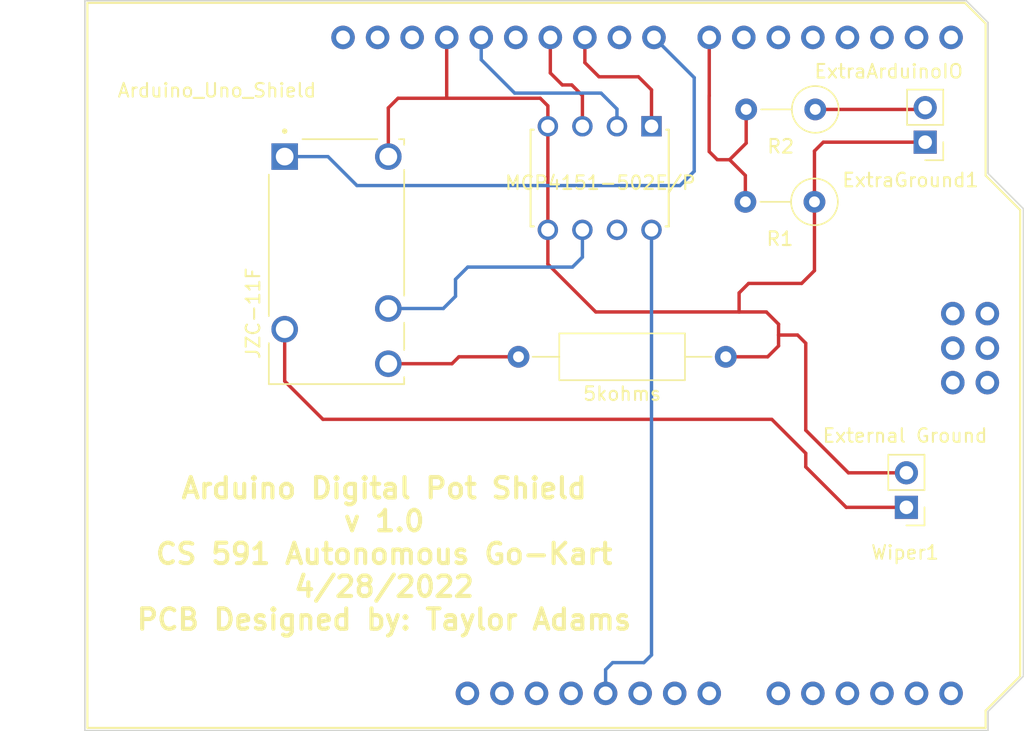
<source format=kicad_pcb>
(kicad_pcb (version 20211014) (generator pcbnew)
  (layers (0 "F.Cu" signal) (31 "B.Cu" signal) (34 "B.Paste" user) (35 "F.Paste" user) (36 "B.SilkS" user "B.Silkscreen") (37 "F.SilkS" user "F.Silkscreen") (38 "B.Mask" user) (39 "F.Mask" user) (44 "Edge.Cuts" user))
  (net 0 "")
  (net 31 "Net-(U2-Pad1)")
  (net 32 "Net-(U2-Pad2)")
  (net 33 "Net-(U2-Pad3)")
  (net 34 "Net-(U2-Pad8)")
  (net 35 "Net-(K1-Pad11)")
  (net 36 "Net-(K1-Pad12)")
  (net 37 "Net-(K1-PadA1)")
  (net 38 "Net-(ExtraGround1-Pad2)")
  (net 40 "Net-(5kohms1-Pad1)")
  (net 41 "Net-(5kohms1-Pad2)")
  (net 42 "Net-(R1-Pad2)")
  (footprint "Relay_THT:RELAY_J0971CS5VDC.45" (layer "F.Cu") (at 165 63.4 -90)
    (fp_text reference "K1")
    (fp_text value "JZC-11F" (at 3.8 6.13 -90) (layer "F.SilkS"))
    (fp_line (start 6 4.975) (end 9.01 4.975) (layer "F.SilkS") (width 0.127))
    (fp_line (start -9.01 -3) (end -9.01 2.5) (layer "F.SilkS") (width 0.127))
    (fp_line (start -6.4 4.975) (end 4 4.975) (layer "F.SilkS") (width 0.127))
    (fp_line (start -9.01 -4.975) (end -8.6 -4.975) (layer "F.SilkS") (width 0.127))
    (fp_line (start 9.01 4.975) (end 9.01 -4.975) (layer "F.SilkS") (width 0.127))
    (fp_line (start 8.5 -4.975) (end 9.01 -4.975) (layer "F.SilkS") (width 0.127))
    (fp_line (start -9.01 -4.975) (end -9.01 -4.6) (layer "F.SilkS") (width 0.127))
    (fp_line (start -6.75 -4.975) (end 2.5 -4.975) (layer "F.SilkS") (width 0.127))
    (fp_line (start 4.5 -4.975) (end 6.5 -4.975) (layer "F.SilkS") (width 0.127))
    (fp_circle (center -9.6 3.81) (end -9.5 3.81) (layer "F.SilkS") (width 0.2) (fill none))
    (pad "11" thru_hole circle (at 4.97 3.81 270) (size 1.95 1.95) (drill 1.3) (layers *.Cu *.Mask) (net 35 "Net-(K1-Pad11)"))
    (pad "12" thru_hole circle (at 3.446 -3.81 270) (size 1.95 1.95) (drill 1.3) (layers *.Cu *.Mask) (net 36 "Net-(K1-Pad12)"))
    (pad "14" thru_hole circle (at 7.51 -3.81 270) (size 1.95 1.95) (drill 1.3) (layers *.Cu *.Mask) (net 41 "Net-(5kohms1-Pad2)"))
    (pad "A1" thru_hole rect (at -7.73 3.81 270) (size 1.95 1.95) (drill 1.3) (layers *.Cu *.Mask) (net 37 "Net-(K1-PadA1)"))
    (pad "A2" thru_hole circle (at -7.73 -3.81 270) (size 1.95 1.95) (drill 1.3) (layers *.Cu *.Mask) (net 40 "Net-(5kohms1-Pad1)"))
  )
  (footprint "MCP4151:DIP254P762X533-8" (layer "F.Cu") (at 180.54 61.06 -90)
    (fp_text reference "U2")
    (fp_text value "MCP4151-502E/P" (at -3.46 -3.86) (layer "F.SilkS"))
    (fp_line (start -7.366 1.0414) (end -7.366 1.27) (layer "F.SilkS") (width 0.1524))
    (fp_line (start -0.254 1.27) (end -0.254 1.0414) (layer "F.SilkS") (width 0.1524))
    (fp_line (start -7.366 1.27) (end -0.254 1.27) (layer "F.SilkS") (width 0.1524))
    (fp_line (start -7.366 -8.89) (end -7.366 -8.7122) (layer "F.SilkS") (width 0.1524))
    (fp_line (start -0.254 -8.89) (end -7.366 -8.89) (layer "F.SilkS") (width 0.1524))
    (fp_line (start -0.254 -8.6614) (end -0.254 -8.89) (layer "F.SilkS") (width 0.1524))
    (pad "1" thru_hole rect locked (at -7.62 -7.62 270) (size 1.4986 1.4986) (drill 0.9906) (layers *.Cu *.Mask) (net 31 "Net-(U2-Pad1)"))
    (pad "2" thru_hole circle locked (at -7.62 -5.08 270) (size 1.4986 1.4986) (drill 0.9906) (layers *.Cu *.Mask) (net 32 "Net-(U2-Pad2)"))
    (pad "3" thru_hole circle locked (at -7.62 -2.54 270) (size 1.4986 1.4986) (drill 0.9906) (layers *.Cu *.Mask) (net 33 "Net-(U2-Pad3)"))
    (pad "4" thru_hole circle locked (at -7.62 0 270) (size 1.4986 1.4986) (drill 0.9906) (layers *.Cu *.Mask) (net 40 "Net-(5kohms1-Pad1)"))
    (pad "5" thru_hole circle locked (at 0 0 270) (size 1.4986 1.4986) (drill 0.9906) (layers *.Cu *.Mask) (net 40 "Net-(5kohms1-Pad1)"))
    (pad "6" thru_hole circle locked (at 0 -2.54 270) (size 1.4986 1.4986) (drill 0.9906) (layers *.Cu *.Mask) (net 36 "Net-(K1-Pad12)"))
    (pad "7" thru_hole circle locked (at 0 -5.08 270) (size 1.4986 1.4986) (drill 0.9906) (layers *.Cu *.Mask))
    (pad "8" thru_hole circle locked (at 0 -7.62 270) (size 1.4986 1.4986) (drill 0.9906) (layers *.Cu *.Mask) (net 34 "Net-(U2-Pad8)"))
  )
  (footprint "Connector_PinHeader_2.54mm:PinHeader_1x02_P2.54mm_Vertical" (layer "F.Cu") (at 206.9 81.475 180)
    (fp_text reference "Wiper1" (at 0.1 -3.325) (layer "F.SilkS"))
    (fp_text value "External Ground" (at 0.1 5.275) (layer "F.SilkS"))
    (fp_line (start -1.33 3.87) (end 1.33 3.87) (layer "F.SilkS") (width 0.12))
    (fp_line (start -1.33 1.27) (end -1.33 3.87) (layer "F.SilkS") (width 0.12))
    (fp_line (start -1.33 0) (end -1.33 -1.33) (layer "F.SilkS") (width 0.12))
    (fp_line (start -1.33 1.27) (end 1.33 1.27) (layer "F.SilkS") (width 0.12))
    (fp_line (start 1.33 1.27) (end 1.33 3.87) (layer "F.SilkS") (width 0.12))
    (fp_line (start -1.33 -1.33) (end 0 -1.33) (layer "F.SilkS") (width 0.12))
    (pad "1" thru_hole rect (at 0 0 180) (size 1.7 1.7) (drill 1) (layers *.Cu *.Mask) (net 35 "Net-(K1-Pad11)"))
    (pad "2" thru_hole oval (at 0 2.54 180) (size 1.7 1.7) (drill 1) (layers *.Cu *.Mask) (net 40 "Net-(5kohms1-Pad1)"))
  )
  (footprint "Resistor_THT:R_Axial_DIN0309_L9.0mm_D3.2mm_P5.08mm_Vertical" (layer "F.Cu") (at 200.14 59 180)
    (fp_text reference "R1" (at 2.54 -2.72) (layer "F.SilkS"))
    (fp_text value "R")
    (fp_line (start 1.72 0) (end 3.98 0) (layer "F.SilkS") (width 0.12))
    (fp_circle (center 0 0) (end 1.72 0) (layer "F.SilkS") (width 0.12) (fill none))
    (pad "1" thru_hole circle (at 0 0 180) (size 1.6 1.6) (drill 0.8) (layers *.Cu *.Mask) (net 40 "Net-(5kohms1-Pad1)"))
    (pad "2" thru_hole oval (at 5.08 0 180) (size 1.6 1.6) (drill 0.8) (layers *.Cu *.Mask) (net 42 "Net-(R1-Pad2)"))
  )
  (footprint "Connector_PinHeader_2.54mm:PinHeader_1x02_P2.54mm_Vertical" (layer "F.Cu") (at 208.28 54.61 180)
    (fp_text reference "ExtraGround1" (at 1.08 -2.79) (layer "F.SilkS"))
    (fp_text value "ExtraArduinoIO" (at 2.68 5.21) (layer "F.SilkS"))
    (fp_line (start -1.33 1.27) (end 1.33 1.27) (layer "F.SilkS") (width 0.12))
    (fp_line (start -1.33 1.27) (end -1.33 3.87) (layer "F.SilkS") (width 0.12))
    (fp_line (start -1.33 0) (end -1.33 -1.33) (layer "F.SilkS") (width 0.12))
    (fp_line (start -1.33 -1.33) (end 0 -1.33) (layer "F.SilkS") (width 0.12))
    (fp_line (start 1.33 1.27) (end 1.33 3.87) (layer "F.SilkS") (width 0.12))
    (fp_line (start -1.33 3.87) (end 1.33 3.87) (layer "F.SilkS") (width 0.12))
    (pad "1" thru_hole rect (at 0 0 180) (size 1.7 1.7) (drill 1) (layers *.Cu *.Mask) (net 40 "Net-(5kohms1-Pad1)"))
    (pad "2" thru_hole oval (at 0 2.54 180) (size 1.7 1.7) (drill 1) (layers *.Cu *.Mask) (net 38 "Net-(ExtraGround1-Pad2)"))
  )
  (footprint "Resistor_THT:R_Axial_DIN0309_L9.0mm_D3.2mm_P15.24mm_Horizontal" (layer "F.Cu") (at 193.62 70.4 180)
    (fp_text reference "5kohms" (at 7.62 -2.72 180) (layer "F.SilkS"))
    (fp_text value "R")
    (fp_line (start 12.24 -1.72) (end 3 -1.72) (layer "F.SilkS") (width 0.12))
    (fp_line (start 3 1.72) (end 12.24 1.72) (layer "F.SilkS") (width 0.12))
    (fp_line (start 1.04 0) (end 3 0) (layer "F.SilkS") (width 0.12))
    (fp_line (start 14.2 0) (end 12.24 0) (layer "F.SilkS") (width 0.12))
    (fp_line (start 3 -1.72) (end 3 1.72) (layer "F.SilkS") (width 0.12))
    (fp_line (start 12.24 1.72) (end 12.24 -1.72) (layer "F.SilkS") (width 0.12))
    (pad "1" thru_hole circle (at 0 0 180) (size 1.6 1.6) (drill 0.8) (layers *.Cu *.Mask) (net 40 "Net-(5kohms1-Pad1)"))
    (pad "2" thru_hole oval (at 15.24 0 180) (size 1.6 1.6) (drill 0.8) (layers *.Cu *.Mask) (net 41 "Net-(5kohms1-Pad2)"))
  )
  (footprint "Arduino_Shields:Arduino_Uno_Shield" (layer "F.Cu") (at 146.685 97.7025)
    (fp_text reference "XA1")
    (fp_text value "Arduino_Uno_Shield" (at 9.525 -46.9025) (layer "F.SilkS"))
    (fp_line (start 66.04 -1.27) (end 68.58 -3.81) (layer "F.SilkS") (width 0.15))
    (fp_line (start 0 0) (end 66.04 0) (layer "F.SilkS") (width 0.15))
    (fp_line (start 68.58 -3.81) (end 68.58 -38.1) (layer "F.SilkS") (width 0.15))
    (fp_line (start 0 -53.34) (end 0 0) (layer "F.SilkS") (width 0.15))
    (fp_line (start 64.516 -53.34) (end 66.04 -51.816) (layer "F.SilkS") (width 0.15))
    (fp_line (start 68.58 -38.1) (end 66.04 -40.64) (layer "F.SilkS") (width 0.15))
    (fp_line (start 66.04 0) (end 66.04 -1.27) (layer "F.SilkS") (width 0.15))
    (fp_line (start 0 -53.34) (end 64.516 -53.34) (layer "F.SilkS") (width 0.15))
    (fp_line (start 66.04 -40.64) (end 66.04 -51.816) (layer "F.SilkS") (width 0.15))
    (pad "" np_thru_hole circle locked (at 15.24 -50.8) (size 3.2 3.2) (drill 3.2) (layers *.Cu *.Mask))
    (pad "" np_thru_hole circle locked (at 66.04 -35.56) (size 3.2 3.2) (drill 3.2) (layers *.Cu *.Mask))
    (pad "" np_thru_hole circle locked (at 13.97 -2.54) (size 3.2 3.2) (drill 3.2) (layers *.Cu *.Mask))
    (pad "" np_thru_hole circle locked (at 66.04 -7.62) (size 3.2 3.2) (drill 3.2) (layers *.Cu *.Mask))
    (pad "" thru_hole oval locked (at 27.94 -2.54) (size 1.7272 1.7272) (drill 1.016) (layers *.Cu *.Mask))
    (pad "3V3" thru_hole oval locked (at 35.56 -2.54) (size 1.7272 1.7272) (drill 1.016) (layers *.Cu *.Mask))
    (pad "5V1" thru_hole oval locked (at 38.1 -2.54) (size 1.7272 1.7272) (drill 1.016) (layers *.Cu *.Mask) (net 34 "Net-(U2-Pad8)"))
    (pad "5V2" thru_hole oval locked (at 66.167 -30.48) (size 1.7272 1.7272) (drill 1.016) (layers *.Cu *.Mask))
    (pad "A0" thru_hole oval locked (at 50.8 -2.54) (size 1.7272 1.7272) (drill 1.016) (layers *.Cu *.Mask))
    (pad "A1" thru_hole oval locked (at 53.34 -2.54) (size 1.7272 1.7272) (drill 1.016) (layers *.Cu *.Mask))
    (pad "A2" thru_hole oval locked (at 55.88 -2.54) (size 1.7272 1.7272) (drill 1.016) (layers *.Cu *.Mask))
    (pad "A3" thru_hole oval locked (at 58.42 -2.54) (size 1.7272 1.7272) (drill 1.016) (layers *.Cu *.Mask))
    (pad "A4" thru_hole oval locked (at 60.96 -2.54) (size 1.7272 1.7272) (drill 1.016) (layers *.Cu *.Mask))
    (pad "A5" thru_hole oval locked (at 63.5 -2.54) (size 1.7272 1.7272) (drill 1.016) (layers *.Cu *.Mask))
    (pad "AREF" thru_hole oval locked (at 23.876 -50.8) (size 1.7272 1.7272) (drill 1.016) (layers *.Cu *.Mask))
    (pad "D0" thru_hole oval locked (at 63.5 -50.8) (size 1.7272 1.7272) (drill 1.016) (layers *.Cu *.Mask))
    (pad "D1" thru_hole oval locked (at 60.96 -50.8) (size 1.7272 1.7272) (drill 1.016) (layers *.Cu *.Mask))
    (pad "D2" thru_hole oval locked (at 58.42 -50.8) (size 1.7272 1.7272) (drill 1.016) (layers *.Cu *.Mask))
    (pad "D3" thru_hole oval locked (at 55.88 -50.8) (size 1.7272 1.7272) (drill 1.016) (layers *.Cu *.Mask))
    (pad "D4" thru_hole oval locked (at 53.34 -50.8) (size 1.7272 1.7272) (drill 1.016) (layers *.Cu *.Mask))
    (pad "D5" thru_hole oval locked (at 50.8 -50.8) (size 1.7272 1.7272) (drill 1.016) (layers *.Cu *.Mask))
    (pad "D6" thru_hole oval locked (at 48.26 -50.8) (size 1.7272 1.7272) (drill 1.016) (layers *.Cu *.Mask))
    (pad "D7" thru_hole oval locked (at 45.72 -50.8) (size 1.7272 1.7272) (drill 1.016) (layers *.Cu *.Mask) (net 42 "Net-(R1-Pad2)"))
    (pad "D8" thru_hole oval locked (at 41.656 -50.8) (size 1.7272 1.7272) (drill 1.016) (layers *.Cu *.Mask) (net 37 "Net-(K1-PadA1)"))
    (pad "D9" thru_hole oval locked (at 39.116 -50.8) (size 1.7272 1.7272) (drill 1.016) (layers *.Cu *.Mask))
    (pad "D10" thru_hole oval locked (at 36.576 -50.8) (size 1.7272 1.7272) (drill 1.016) (layers *.Cu *.Mask) (net 31 "Net-(U2-Pad1)"))
    (pad "D11" thru_hole oval locked (at 34.036 -50.8) (size 1.7272 1.7272) (drill 1.016) (layers *.Cu *.Mask) (net 33 "Net-(U2-Pad3)"))
    (pad "D12" thru_hole oval locked (at 31.496 -50.8) (size 1.7272 1.7272) (drill 1.016) (layers *.Cu *.Mask))
    (pad "D13" thru_hole oval locked (at 28.956 -50.8) (size 1.7272 1.7272) (drill 1.016) (layers *.Cu *.Mask) (net 32 "Net-(U2-Pad2)"))
    (pad "GND1" thru_hole oval locked (at 26.416 -50.8) (size 1.7272 1.7272) (drill 1.016) (layers *.Cu *.Mask) (net 40 "Net-(5kohms1-Pad1)"))
    (pad "GND2" thru_hole oval locked (at 40.64 -2.54) (size 1.7272 1.7272) (drill 1.016) (layers *.Cu *.Mask))
    (pad "GND3" thru_hole oval locked (at 43.18 -2.54) (size 1.7272 1.7272) (drill 1.016) (layers *.Cu *.Mask))
    (pad "GND4" thru_hole oval locked (at 66.167 -25.4) (size 1.7272 1.7272) (drill 1.016) (layers *.Cu *.Mask))
    (pad "IORF" thru_hole oval locked (at 30.48 -2.54) (size 1.7272 1.7272) (drill 1.016) (layers *.Cu *.Mask))
    (pad "MISO" thru_hole oval locked (at 63.627 -30.48) (size 1.7272 1.7272) (drill 1.016) (layers *.Cu *.Mask))
    (pad "MOSI" thru_hole oval locked (at 66.167 -27.94) (size 1.7272 1.7272) (drill 1.016) (layers *.Cu *.Mask))
    (pad "RST1" thru_hole oval locked (at 33.02 -2.54) (size 1.7272 1.7272) (drill 1.016) (layers *.Cu *.Mask))
    (pad "RST2" thru_hole oval locked (at 63.627 -25.4) (size 1.7272 1.7272) (drill 1.016) (layers *.Cu *.Mask))
    (pad "SCK" thru_hole oval locked (at 63.627 -27.94) (size 1.7272 1.7272) (drill 1.016) (layers *.Cu *.Mask))
    (pad "SCL" thru_hole oval locked (at 18.796 -50.8) (size 1.7272 1.7272) (drill 1.016) (layers *.Cu *.Mask))
    (pad "SDA" thru_hole oval locked (at 21.336 -50.8) (size 1.7272 1.7272) (drill 1.016) (layers *.Cu *.Mask))
    (pad "VIN" thru_hole oval locked (at 45.72 -2.54) (size 1.7272 1.7272) (drill 1.016) (layers *.Cu *.Mask))
  )
  (footprint "Resistor_THT:R_Axial_DIN0309_L9.0mm_D3.2mm_P5.08mm_Vertical" (layer "F.Cu") (at 200.2 52.2 180)
    (fp_text reference "R2" (at 2.54 -2.72) (layer "F.SilkS"))
    (fp_text value "R")
    (fp_line (start 1.72 0) (end 3.98 0) (layer "F.SilkS") (width 0.12))
    (fp_circle (center 0 0) (end 1.72 0) (layer "F.SilkS") (width 0.12) (fill none))
    (pad "1" thru_hole circle (at 0 0 180) (size 1.6 1.6) (drill 0.8) (layers *.Cu *.Mask) (net 38 "Net-(ExtraGround1-Pad2)"))
    (pad "2" thru_hole oval (at 5.08 0 180) (size 1.6 1.6) (drill 0.8) (layers *.Cu *.Mask) (net 42 "Net-(R1-Pad2)"))
  )
  (gr_line (start 215.5 93.9) (end 215.5 59.5) (layer "Edge.Cuts") (width 0.1))
  (gr_line (start 215.5 59.5) (end 213 57) (layer "Edge.Cuts") (width 0.1))
  (gr_line (start 212.9 96.5) (end 215.5 93.9) (layer "Edge.Cuts") (width 0.1))
  (gr_line (start 146.5 97.9) (end 212.9 97.9) (layer "Edge.Cuts") (width 0.1))
  (gr_line (start 212.9 56.9) (end 212.9 45.8) (layer "Edge.Cuts") (width 0.1))
  (gr_line (start 211.3 44.2) (end 146.5 44.2) (layer "Edge.Cuts") (width 0.1))
  (gr_line (start 212.9 97.9) (end 212.9 96.5) (layer "Edge.Cuts") (width 0.1))
  (gr_line (start 213 57) (end 212.9 56.9) (layer "Edge.Cuts") (width 0.1))
  (gr_line (start 146.5 44.2) (end 146.5 97.9) (layer "Edge.Cuts") (width 0.1))
  (gr_line (start 212.9 45.8) (end 211.3 44.2) (layer "Edge.Cuts") (width 0.1))
  (gr_text "Arduino Digital Pot Shield\nv 1.0\nCS 591 Autonomous Go-Kart\n4/28/2022\nPCB Designed by: Taylor Adams" (at 168.5 84.9) (layer "F.SilkS") (effects (font (size 1.5 1.5) (thickness 0.3))))
  (segment (start 188.16 50.76) (end 188.16 53.44) (width 0.25) (layer "F.Cu") (net 31))
  (segment (start 187.2 49.8) (end 188.16 50.76) (width 0.25) (layer "F.Cu") (net 31))
  (segment (start 183.261 46.9025) (end 183.261 48.761) (width 0.25) (layer "F.Cu") (net 31))
  (segment (start 184.3 49.8) (end 187.2 49.8) (width 0.25) (layer "F.Cu") (net 31))
  (segment (start 183.261 48.761) (end 184.3 49.8) (width 0.25) (layer "F.Cu") (net 31))
  (segment (start 175.641 46.9025) (end 175.641 48.541) (width 0.25) (layer "B.Cu") (net 32))
  (segment (start 175.641 48.541) (end 178.1 51) (width 0.25) (layer "B.Cu") (net 32))
  (segment (start 178.1 51) (end 184.45 51) (width 0.25) (layer "B.Cu") (net 32))
  (segment (start 185.62 52.17) (end 185.62 53.44) (width 0.25) (layer "B.Cu") (net 32))
  (segment (start 184.45 51) (end 185.62 52.17) (width 0.25) (layer "B.Cu") (net 32))
  (segment (start 180.721 49.521) (end 181.6 50.4) (width 0.25) (layer "F.Cu") (net 33))
  (segment (start 180.721 46.9025) (end 180.721 49.521) (width 0.25) (layer "F.Cu") (net 33))
  (segment (start 182.3 50.4) (end 183.08 51.18) (width 0.25) (layer "F.Cu") (net 33))
  (segment (start 183.08 51.18) (end 183.08 53.44) (width 0.25) (layer "F.Cu") (net 33))
  (segment (start 181.6 50.4) (end 182.3 50.4) (width 0.25) (layer "F.Cu") (net 33))
  (segment (start 187.6 92.9) (end 185.3 92.9) (width 0.25) (layer "B.Cu") (net 34))
  (segment (start 188.16 92.34) (end 187.6 92.9) (width 0.25) (layer "B.Cu") (net 34))
  (segment (start 185.3 92.9) (end 184.785 93.415) (width 0.25) (layer "B.Cu") (net 34))
  (segment (start 188.16 61.06) (end 188.16 92.34) (width 0.25) (layer "B.Cu") (net 34))
  (segment (start 184.785 93.415) (end 184.785 95.1625) (width 0.25) (layer "B.Cu") (net 34))
  (segment (start 161.19 72.19) (end 164 75) (width 0.25) (layer "F.Cu") (net 35))
  (segment (start 197 75) (end 199.5 77.5) (width 0.25) (layer "F.Cu") (net 35))
  (segment (start 199.5 77.5) (end 199.5 78.5) (width 0.25) (layer "F.Cu") (net 35))
  (segment (start 199.5 78.5) (end 202.475 81.475) (width 0.25) (layer "F.Cu") (net 35))
  (segment (start 202.475 81.475) (end 206.9 81.475) (width 0.25) (layer "F.Cu") (net 35))
  (segment (start 164 75) (end 197 75) (width 0.25) (layer "F.Cu") (net 35))
  (segment (start 161.19 68.37) (end 161.19 72.19) (width 0.25) (layer "F.Cu") (net 35))
  (segment (start 172.85 66.85) (end 172.846 66.846) (width 0.25) (layer "B.Cu") (net 36))
  (segment (start 183.08 63.07) (end 182.35 63.8) (width 0.25) (layer "B.Cu") (net 36))
  (segment (start 173.75 65.95) (end 172.85 66.85) (width 0.25) (layer "B.Cu") (net 36))
  (segment (start 173.75 64.7) (end 173.75 65.95) (width 0.25) (layer "B.Cu") (net 36))
  (segment (start 182.35 63.8) (end 174.65 63.8) (width 0.25) (layer "B.Cu") (net 36))
  (segment (start 183.08 61.06) (end 183.08 63.07) (width 0.25) (layer "B.Cu") (net 36))
  (segment (start 174.65 63.8) (end 173.75 64.7) (width 0.25) (layer "B.Cu") (net 36))
  (segment (start 172.846 66.846) (end 168.81 66.846) (width 0.25) (layer "B.Cu") (net 36))
  (segment (start 188.341 46.9025) (end 191.3 49.8615) (width 0.25) (layer "B.Cu") (net 37))
  (segment (start 191.3 56.75) (end 190.25 57.8) (width 0.25) (layer "B.Cu") (net 37))
  (segment (start 191.3 49.8615) (end 191.3 56.75) (width 0.25) (layer "B.Cu") (net 37))
  (segment (start 190.25 57.8) (end 166.5 57.8) (width 0.25) (layer "B.Cu") (net 37))
  (segment (start 164.37 55.67) (end 161.19 55.67) (width 0.25) (layer "B.Cu") (net 37))
  (segment (start 166.5 57.8) (end 164.37 55.67) (width 0.25) (layer "B.Cu") (net 37))
  (segment (start 208.15 52.2) (end 208.28 52.07) (width 0.25) (layer "F.Cu") (net 38))
  (segment (start 200.2 52.2) (end 208.15 52.2) (width 0.25) (layer "F.Cu") (net 38))
  (segment (start 168.81 52.09) (end 169.521 51.379) (width 0.25) (layer "F.Cu") (net 40))
  (segment (start 196.6 67.1) (end 197.5 68) (width 0.25) (layer "F.Cu") (net 40))
  (segment (start 199.5 75.8) (end 202.635 78.935) (width 0.25) (layer "F.Cu") (net 40))
  (segment (start 200.14 55.26) (end 200.79 54.61) (width 0.25) (layer "F.Cu") (net 40))
  (segment (start 180.54 53.44) (end 180.54 57.14) (width 0.25) (layer "F.Cu") (net 40))
  (segment (start 197.5 69.6) (end 197.5 68.8) (width 0.25) (layer "F.Cu") (net 40))
  (segment (start 196.7 70.4) (end 197.5 69.6) (width 0.25) (layer "F.Cu") (net 40))
  (segment (start 169.521 51.379) (end 179.979 51.379) (width 0.25) (layer "F.Cu") (net 40))
  (segment (start 200.79 54.61) (end 208.28 54.61) (width 0.25) (layer "F.Cu") (net 40))
  (segment (start 184.06 67.1) (end 194.6 67.1) (width 0.25) (layer "F.Cu") (net 40))
  (segment (start 173.101 46.9025) (end 173.101 51.299) (width 0.25) (layer "F.Cu") (net 40))
  (segment (start 200.14 59) (end 200.14 55.26) (width 0.25) (layer "F.Cu") (net 40))
  (segment (start 180.54 57.14) (end 180.54 61.06) (width 0.25) (layer "F.Cu") (net 40))
  (segment (start 194.6 67.1) (end 196.6 67.1) (width 0.25) (layer "F.Cu") (net 40))
  (segment (start 168.81 55.67) (end 168.81 52.09) (width 0.25) (layer "F.Cu") (net 40))
  (segment (start 180.54 61.06) (end 180.54 63.58) (width 0.25) (layer "F.Cu") (net 40))
  (segment (start 194.6 67.1) (end 194.6 65.7) (width 0.25) (layer "F.Cu") (net 40))
  (segment (start 195.3 65) (end 199.2 65) (width 0.25) (layer "F.Cu") (net 40))
  (segment (start 200.14 64.06) (end 200.14 59) (width 0.25) (layer "F.Cu") (net 40))
  (segment (start 179.979 51.379) (end 180.54 51.94) (width 0.25) (layer "F.Cu") (net 40))
  (segment (start 180.54 51.94) (end 180.54 53.44) (width 0.25) (layer "F.Cu") (net 40))
  (segment (start 202.635 78.935) (end 206.9 78.935) (width 0.25) (layer "F.Cu") (net 40))
  (segment (start 199.5 69.4) (end 199.5 75.8) (width 0.25) (layer "F.Cu") (net 40))
  (segment (start 180.54 63.58) (end 184.06 67.1) (width 0.25) (layer "F.Cu") (net 40))
  (segment (start 173.101 51.299) (end 173.1 51.3) (width 0.25) (layer "F.Cu") (net 40))
  (segment (start 193.62 70.4) (end 196.7 70.4) (width 0.25) (layer "F.Cu") (net 40))
  (segment (start 197.5 68.8) (end 198.9 68.8) (width 0.25) (layer "F.Cu") (net 40))
  (segment (start 194.6 65.7) (end 195.3 65) (width 0.25) (layer "F.Cu") (net 40))
  (segment (start 199.2 65) (end 200.14 64.06) (width 0.25) (layer "F.Cu") (net 40))
  (segment (start 197.5 68.8) (end 197.5 68) (width 0.25) (layer "F.Cu") (net 40))
  (segment (start 198.9 68.8) (end 199.5 69.4) (width 0.25) (layer "F.Cu") (net 40))
  (segment (start 173.49 70.91) (end 174 70.4) (width 0.25) (layer "F.Cu") (net 41))
  (segment (start 174 70.4) (end 178.38 70.4) (width 0.25) (layer "F.Cu") (net 41))
  (segment (start 168.81 70.91) (end 173.49 70.91) (width 0.25) (layer "F.Cu") (net 41))
  (segment (start 192.405 51.195) (end 192.4 51.2) (width 0.25) (layer "F.Cu") (net 42))
  (segment (start 192.4 55.3) (end 193 55.9) (width 0.25) (layer "F.Cu") (net 42))
  (segment (start 192.405 46.9025) (end 192.405 51.195) (width 0.25) (layer "F.Cu") (net 42))
  (segment (start 193.9 55.9) (end 195.06 57.06) (width 0.25) (layer "F.Cu") (net 42))
  (segment (start 195.12 54.68) (end 195.12 52.2) (width 0.25) (layer "F.Cu") (net 42))
  (segment (start 195.06 57.06) (end 195.06 59) (width 0.25) (layer "F.Cu") (net 42))
  (segment (start 193 55.9) (end 193.9 55.9) (width 0.25) (layer "F.Cu") (net 42))
  (segment (start 192.4 51.2) (end 192.4 55.3) (width 0.25) (layer "F.Cu") (net 42))
  (segment (start 193.9 55.9) (end 195.12 54.68) (width 0.25) (layer "F.Cu") (net 42))
)
</source>
